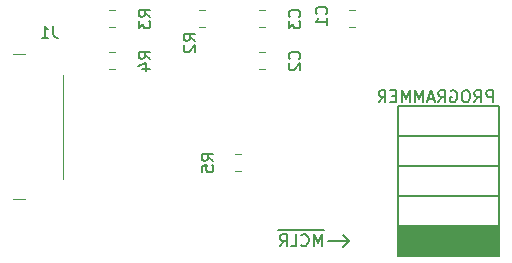
<source format=gbo>
G04 #@! TF.GenerationSoftware,KiCad,Pcbnew,5.1.0*
G04 #@! TF.CreationDate,2019-04-19T22:08:28-04:00*
G04 #@! TF.ProjectId,usbdbg,75736264-6267-42e6-9b69-6361645f7063,rev?*
G04 #@! TF.SameCoordinates,Original*
G04 #@! TF.FileFunction,Legend,Bot*
G04 #@! TF.FilePolarity,Positive*
%FSLAX46Y46*%
G04 Gerber Fmt 4.6, Leading zero omitted, Abs format (unit mm)*
G04 Created by KiCad (PCBNEW 5.1.0) date 2019-04-19 22:08:28*
%MOMM*%
%LPD*%
G04 APERTURE LIST*
%ADD10C,0.200000*%
%ADD11C,0.150000*%
%ADD12C,0.120000*%
G04 APERTURE END LIST*
D10*
X158242000Y-74676000D02*
X157734000Y-75184000D01*
X158242000Y-74676000D02*
X157734000Y-74168000D01*
X158242000Y-74676000D02*
X156464000Y-74676000D01*
D11*
X156154190Y-73761000D02*
X155011333Y-73761000D01*
X155916095Y-75128380D02*
X155916095Y-74128380D01*
X155582761Y-74842666D01*
X155249428Y-74128380D01*
X155249428Y-75128380D01*
X155011333Y-73761000D02*
X154011333Y-73761000D01*
X154201809Y-75033142D02*
X154249428Y-75080761D01*
X154392285Y-75128380D01*
X154487523Y-75128380D01*
X154630380Y-75080761D01*
X154725619Y-74985523D01*
X154773238Y-74890285D01*
X154820857Y-74699809D01*
X154820857Y-74556952D01*
X154773238Y-74366476D01*
X154725619Y-74271238D01*
X154630380Y-74176000D01*
X154487523Y-74128380D01*
X154392285Y-74128380D01*
X154249428Y-74176000D01*
X154201809Y-74223619D01*
X154011333Y-73761000D02*
X153201809Y-73761000D01*
X153297047Y-75128380D02*
X153773238Y-75128380D01*
X153773238Y-74128380D01*
X153201809Y-73761000D02*
X152201809Y-73761000D01*
X152392285Y-75128380D02*
X152725619Y-74652190D01*
X152963714Y-75128380D02*
X152963714Y-74128380D01*
X152582761Y-74128380D01*
X152487523Y-74176000D01*
X152439904Y-74223619D01*
X152392285Y-74318857D01*
X152392285Y-74461714D01*
X152439904Y-74556952D01*
X152487523Y-74604571D01*
X152582761Y-74652190D01*
X152963714Y-74652190D01*
X170417523Y-62936380D02*
X170417523Y-61936380D01*
X170036571Y-61936380D01*
X169941333Y-61984000D01*
X169893714Y-62031619D01*
X169846095Y-62126857D01*
X169846095Y-62269714D01*
X169893714Y-62364952D01*
X169941333Y-62412571D01*
X170036571Y-62460190D01*
X170417523Y-62460190D01*
X168846095Y-62936380D02*
X169179428Y-62460190D01*
X169417523Y-62936380D02*
X169417523Y-61936380D01*
X169036571Y-61936380D01*
X168941333Y-61984000D01*
X168893714Y-62031619D01*
X168846095Y-62126857D01*
X168846095Y-62269714D01*
X168893714Y-62364952D01*
X168941333Y-62412571D01*
X169036571Y-62460190D01*
X169417523Y-62460190D01*
X168227047Y-61936380D02*
X168036571Y-61936380D01*
X167941333Y-61984000D01*
X167846095Y-62079238D01*
X167798476Y-62269714D01*
X167798476Y-62603047D01*
X167846095Y-62793523D01*
X167941333Y-62888761D01*
X168036571Y-62936380D01*
X168227047Y-62936380D01*
X168322285Y-62888761D01*
X168417523Y-62793523D01*
X168465142Y-62603047D01*
X168465142Y-62269714D01*
X168417523Y-62079238D01*
X168322285Y-61984000D01*
X168227047Y-61936380D01*
X166846095Y-61984000D02*
X166941333Y-61936380D01*
X167084190Y-61936380D01*
X167227047Y-61984000D01*
X167322285Y-62079238D01*
X167369904Y-62174476D01*
X167417523Y-62364952D01*
X167417523Y-62507809D01*
X167369904Y-62698285D01*
X167322285Y-62793523D01*
X167227047Y-62888761D01*
X167084190Y-62936380D01*
X166988952Y-62936380D01*
X166846095Y-62888761D01*
X166798476Y-62841142D01*
X166798476Y-62507809D01*
X166988952Y-62507809D01*
X165798476Y-62936380D02*
X166131809Y-62460190D01*
X166369904Y-62936380D02*
X166369904Y-61936380D01*
X165988952Y-61936380D01*
X165893714Y-61984000D01*
X165846095Y-62031619D01*
X165798476Y-62126857D01*
X165798476Y-62269714D01*
X165846095Y-62364952D01*
X165893714Y-62412571D01*
X165988952Y-62460190D01*
X166369904Y-62460190D01*
X165417523Y-62650666D02*
X164941333Y-62650666D01*
X165512761Y-62936380D02*
X165179428Y-61936380D01*
X164846095Y-62936380D01*
X164512761Y-62936380D02*
X164512761Y-61936380D01*
X164179428Y-62650666D01*
X163846095Y-61936380D01*
X163846095Y-62936380D01*
X163369904Y-62936380D02*
X163369904Y-61936380D01*
X163036571Y-62650666D01*
X162703238Y-61936380D01*
X162703238Y-62936380D01*
X162227047Y-62412571D02*
X161893714Y-62412571D01*
X161750857Y-62936380D02*
X162227047Y-62936380D01*
X162227047Y-61936380D01*
X161750857Y-61936380D01*
X160750857Y-62936380D02*
X161084190Y-62460190D01*
X161322285Y-62936380D02*
X161322285Y-61936380D01*
X160941333Y-61936380D01*
X160846095Y-61984000D01*
X160798476Y-62031619D01*
X160750857Y-62126857D01*
X160750857Y-62269714D01*
X160798476Y-62364952D01*
X160846095Y-62412571D01*
X160941333Y-62460190D01*
X161322285Y-62460190D01*
X162420000Y-75946000D02*
X162420000Y-63246000D01*
X170920000Y-75946000D02*
X170920000Y-63246000D01*
X162420000Y-75946000D02*
X170920000Y-75946000D01*
X162420000Y-63246000D02*
X170920000Y-63246000D01*
X162420000Y-65786000D02*
X170920000Y-65786000D01*
X162420000Y-70866000D02*
X170920000Y-70866000D01*
X162420000Y-68326000D02*
X170920000Y-68326000D01*
X162420000Y-73406000D02*
X170920000Y-73406000D01*
G36*
X170865800Y-75895200D02*
G01*
X170865800Y-73456800D01*
X162483800Y-73456800D01*
X162483800Y-75895200D01*
X170865800Y-75895200D01*
G37*
X170865800Y-75895200D02*
X170865800Y-73456800D01*
X162483800Y-73456800D01*
X162483800Y-75895200D01*
X170865800Y-75895200D01*
D12*
X151146252Y-55170000D02*
X150623748Y-55170000D01*
X151146252Y-56590000D02*
X150623748Y-56590000D01*
X150605748Y-58726000D02*
X151128252Y-58726000D01*
X150605748Y-60146000D02*
X151128252Y-60146000D01*
X158766252Y-55170000D02*
X158243748Y-55170000D01*
X158766252Y-56590000D02*
X158243748Y-56590000D01*
X134004000Y-60624000D02*
X134004000Y-69424000D01*
X130834000Y-58879000D02*
X129784000Y-58879000D01*
X130834000Y-71169000D02*
X129784000Y-71169000D01*
X149114252Y-68782000D02*
X148591748Y-68782000D01*
X149114252Y-67362000D02*
X148591748Y-67362000D01*
X138428252Y-58726000D02*
X137905748Y-58726000D01*
X138428252Y-60146000D02*
X137905748Y-60146000D01*
X137905748Y-55170000D02*
X138428252Y-55170000D01*
X137905748Y-56590000D02*
X138428252Y-56590000D01*
X145525748Y-56590000D02*
X146048252Y-56590000D01*
X145525748Y-55170000D02*
X146048252Y-55170000D01*
D11*
X154027142Y-55713333D02*
X154074761Y-55665714D01*
X154122380Y-55522857D01*
X154122380Y-55427619D01*
X154074761Y-55284761D01*
X153979523Y-55189523D01*
X153884285Y-55141904D01*
X153693809Y-55094285D01*
X153550952Y-55094285D01*
X153360476Y-55141904D01*
X153265238Y-55189523D01*
X153170000Y-55284761D01*
X153122380Y-55427619D01*
X153122380Y-55522857D01*
X153170000Y-55665714D01*
X153217619Y-55713333D01*
X153122380Y-56046666D02*
X153122380Y-56665714D01*
X153503333Y-56332380D01*
X153503333Y-56475238D01*
X153550952Y-56570476D01*
X153598571Y-56618095D01*
X153693809Y-56665714D01*
X153931904Y-56665714D01*
X154027142Y-56618095D01*
X154074761Y-56570476D01*
X154122380Y-56475238D01*
X154122380Y-56189523D01*
X154074761Y-56094285D01*
X154027142Y-56046666D01*
X154027142Y-59269333D02*
X154074761Y-59221714D01*
X154122380Y-59078857D01*
X154122380Y-58983619D01*
X154074761Y-58840761D01*
X153979523Y-58745523D01*
X153884285Y-58697904D01*
X153693809Y-58650285D01*
X153550952Y-58650285D01*
X153360476Y-58697904D01*
X153265238Y-58745523D01*
X153170000Y-58840761D01*
X153122380Y-58983619D01*
X153122380Y-59078857D01*
X153170000Y-59221714D01*
X153217619Y-59269333D01*
X153217619Y-59650285D02*
X153170000Y-59697904D01*
X153122380Y-59793142D01*
X153122380Y-60031238D01*
X153170000Y-60126476D01*
X153217619Y-60174095D01*
X153312857Y-60221714D01*
X153408095Y-60221714D01*
X153550952Y-60174095D01*
X154122380Y-59602666D01*
X154122380Y-60221714D01*
X156313142Y-55459333D02*
X156360761Y-55411714D01*
X156408380Y-55268857D01*
X156408380Y-55173619D01*
X156360761Y-55030761D01*
X156265523Y-54935523D01*
X156170285Y-54887904D01*
X155979809Y-54840285D01*
X155836952Y-54840285D01*
X155646476Y-54887904D01*
X155551238Y-54935523D01*
X155456000Y-55030761D01*
X155408380Y-55173619D01*
X155408380Y-55268857D01*
X155456000Y-55411714D01*
X155503619Y-55459333D01*
X156408380Y-56411714D02*
X156408380Y-55840285D01*
X156408380Y-56126000D02*
X155408380Y-56126000D01*
X155551238Y-56030761D01*
X155646476Y-55935523D01*
X155694095Y-55840285D01*
X133217333Y-56476380D02*
X133217333Y-57190666D01*
X133264952Y-57333523D01*
X133360190Y-57428761D01*
X133503047Y-57476380D01*
X133598285Y-57476380D01*
X132217333Y-57476380D02*
X132788761Y-57476380D01*
X132503047Y-57476380D02*
X132503047Y-56476380D01*
X132598285Y-56619238D01*
X132693523Y-56714476D01*
X132788761Y-56762095D01*
X146756380Y-67905333D02*
X146280190Y-67572000D01*
X146756380Y-67333904D02*
X145756380Y-67333904D01*
X145756380Y-67714857D01*
X145804000Y-67810095D01*
X145851619Y-67857714D01*
X145946857Y-67905333D01*
X146089714Y-67905333D01*
X146184952Y-67857714D01*
X146232571Y-67810095D01*
X146280190Y-67714857D01*
X146280190Y-67333904D01*
X145756380Y-68810095D02*
X145756380Y-68333904D01*
X146232571Y-68286285D01*
X146184952Y-68333904D01*
X146137333Y-68429142D01*
X146137333Y-68667238D01*
X146184952Y-68762476D01*
X146232571Y-68810095D01*
X146327809Y-68857714D01*
X146565904Y-68857714D01*
X146661142Y-68810095D01*
X146708761Y-68762476D01*
X146756380Y-68667238D01*
X146756380Y-68429142D01*
X146708761Y-68333904D01*
X146661142Y-68286285D01*
X141422380Y-59269333D02*
X140946190Y-58936000D01*
X141422380Y-58697904D02*
X140422380Y-58697904D01*
X140422380Y-59078857D01*
X140470000Y-59174095D01*
X140517619Y-59221714D01*
X140612857Y-59269333D01*
X140755714Y-59269333D01*
X140850952Y-59221714D01*
X140898571Y-59174095D01*
X140946190Y-59078857D01*
X140946190Y-58697904D01*
X140755714Y-60126476D02*
X141422380Y-60126476D01*
X140374761Y-59888380D02*
X141089047Y-59650285D01*
X141089047Y-60269333D01*
X141422380Y-55713333D02*
X140946190Y-55380000D01*
X141422380Y-55141904D02*
X140422380Y-55141904D01*
X140422380Y-55522857D01*
X140470000Y-55618095D01*
X140517619Y-55665714D01*
X140612857Y-55713333D01*
X140755714Y-55713333D01*
X140850952Y-55665714D01*
X140898571Y-55618095D01*
X140946190Y-55522857D01*
X140946190Y-55141904D01*
X140422380Y-56046666D02*
X140422380Y-56665714D01*
X140803333Y-56332380D01*
X140803333Y-56475238D01*
X140850952Y-56570476D01*
X140898571Y-56618095D01*
X140993809Y-56665714D01*
X141231904Y-56665714D01*
X141327142Y-56618095D01*
X141374761Y-56570476D01*
X141422380Y-56475238D01*
X141422380Y-56189523D01*
X141374761Y-56094285D01*
X141327142Y-56046666D01*
X145232380Y-57745333D02*
X144756190Y-57412000D01*
X145232380Y-57173904D02*
X144232380Y-57173904D01*
X144232380Y-57554857D01*
X144280000Y-57650095D01*
X144327619Y-57697714D01*
X144422857Y-57745333D01*
X144565714Y-57745333D01*
X144660952Y-57697714D01*
X144708571Y-57650095D01*
X144756190Y-57554857D01*
X144756190Y-57173904D01*
X144327619Y-58126285D02*
X144280000Y-58173904D01*
X144232380Y-58269142D01*
X144232380Y-58507238D01*
X144280000Y-58602476D01*
X144327619Y-58650095D01*
X144422857Y-58697714D01*
X144518095Y-58697714D01*
X144660952Y-58650095D01*
X145232380Y-58078666D01*
X145232380Y-58697714D01*
M02*

</source>
